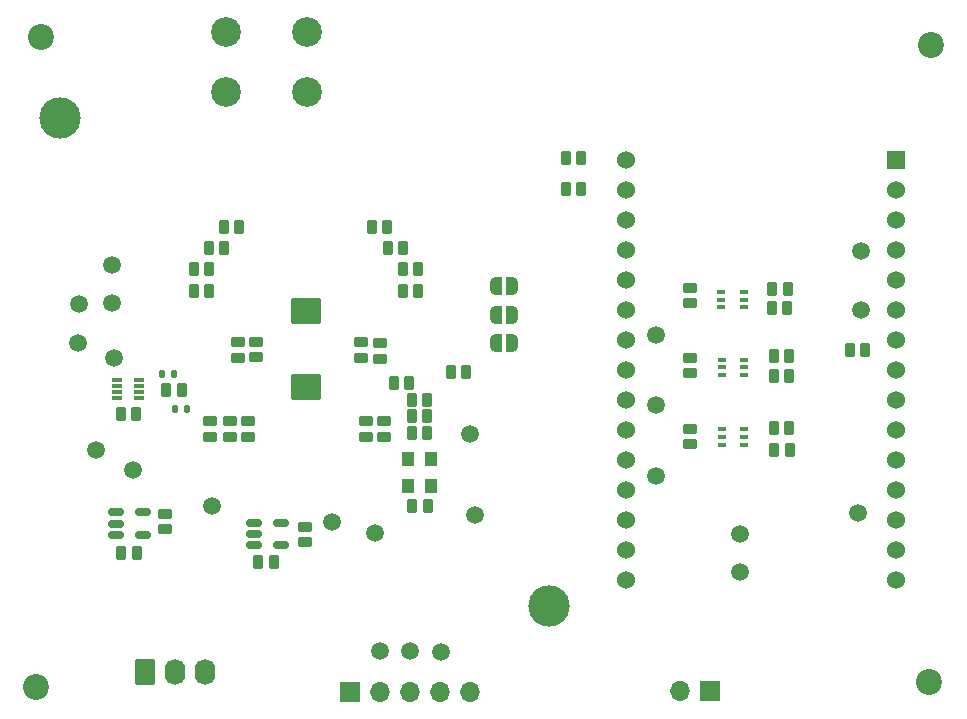
<source format=gbr>
%TF.GenerationSoftware,KiCad,Pcbnew,(6.0.8-1)-1*%
%TF.CreationDate,2022-10-04T16:18:19-04:00*%
%TF.ProjectId,bitaxePro,62697461-7865-4507-926f-2e6b69636164,rev?*%
%TF.SameCoordinates,Original*%
%TF.FileFunction,Soldermask,Top*%
%TF.FilePolarity,Negative*%
%FSLAX46Y46*%
G04 Gerber Fmt 4.6, Leading zero omitted, Abs format (unit mm)*
G04 Created by KiCad (PCBNEW (6.0.8-1)-1) date 2022-10-04 16:18:19*
%MOMM*%
%LPD*%
G01*
G04 APERTURE LIST*
G04 Aperture macros list*
%AMRoundRect*
0 Rectangle with rounded corners*
0 $1 Rounding radius*
0 $2 $3 $4 $5 $6 $7 $8 $9 X,Y pos of 4 corners*
0 Add a 4 corners polygon primitive as box body*
4,1,4,$2,$3,$4,$5,$6,$7,$8,$9,$2,$3,0*
0 Add four circle primitives for the rounded corners*
1,1,$1+$1,$2,$3*
1,1,$1+$1,$4,$5*
1,1,$1+$1,$6,$7*
1,1,$1+$1,$8,$9*
0 Add four rect primitives between the rounded corners*
20,1,$1+$1,$2,$3,$4,$5,0*
20,1,$1+$1,$4,$5,$6,$7,0*
20,1,$1+$1,$6,$7,$8,$9,0*
20,1,$1+$1,$8,$9,$2,$3,0*%
%AMFreePoly0*
4,1,22,0.500000,-0.750000,0.000000,-0.750000,0.000000,-0.745033,-0.079941,-0.743568,-0.215256,-0.701293,-0.333266,-0.622738,-0.424486,-0.514219,-0.481581,-0.384460,-0.499164,-0.250000,-0.500000,-0.250000,-0.500000,0.250000,-0.499164,0.250000,-0.499963,0.256109,-0.478152,0.396186,-0.417904,0.524511,-0.324060,0.630769,-0.204165,0.706417,-0.067858,0.745374,0.000000,0.744959,0.000000,0.750000,
0.500000,0.750000,0.500000,-0.750000,0.500000,-0.750000,$1*%
%AMFreePoly1*
4,1,20,0.000000,0.744959,0.073905,0.744508,0.209726,0.703889,0.328688,0.626782,0.421226,0.519385,0.479903,0.390333,0.500000,0.250000,0.500000,-0.250000,0.499851,-0.262216,0.476331,-0.402017,0.414519,-0.529596,0.319384,-0.634700,0.198574,-0.708877,0.061801,-0.746166,0.000000,-0.745033,0.000000,-0.750000,-0.500000,-0.750000,-0.500000,0.750000,0.000000,0.750000,0.000000,0.744959,
0.000000,0.744959,$1*%
G04 Aperture macros list end*
%ADD10R,0.650000X0.400000*%
%ADD11RoundRect,0.101600X-0.450000X0.350000X-0.450000X-0.350000X0.450000X-0.350000X0.450000X0.350000X0*%
%ADD12C,1.500000*%
%ADD13RoundRect,0.135000X-0.135000X-0.185000X0.135000X-0.185000X0.135000X0.185000X-0.135000X0.185000X0*%
%ADD14RoundRect,0.101600X-0.350000X-0.450000X0.350000X-0.450000X0.350000X0.450000X-0.350000X0.450000X0*%
%ADD15RoundRect,0.101600X0.350000X0.450000X-0.350000X0.450000X-0.350000X-0.450000X0.350000X-0.450000X0*%
%ADD16FreePoly0,180.000000*%
%ADD17FreePoly1,180.000000*%
%ADD18C,3.500000*%
%ADD19RoundRect,0.150000X-0.512500X-0.150000X0.512500X-0.150000X0.512500X0.150000X-0.512500X0.150000X0*%
%ADD20R,0.850000X0.300000*%
%ADD21RoundRect,0.101600X0.450000X-0.350000X0.450000X0.350000X-0.450000X0.350000X-0.450000X-0.350000X0*%
%ADD22C,2.200000*%
%ADD23RoundRect,0.250000X-1.025000X0.875000X-1.025000X-0.875000X1.025000X-0.875000X1.025000X0.875000X0*%
%ADD24R,1.100000X1.300000*%
%ADD25RoundRect,0.135000X0.135000X0.185000X-0.135000X0.185000X-0.135000X-0.185000X0.135000X-0.185000X0*%
%ADD26R,1.530000X1.530000*%
%ADD27C,1.530000*%
%ADD28R,1.700000X1.700000*%
%ADD29O,1.700000X1.700000*%
%ADD30C,2.520000*%
%ADD31RoundRect,0.250000X-0.620000X-0.845000X0.620000X-0.845000X0.620000X0.845000X-0.620000X0.845000X0*%
%ADD32O,1.740000X2.190000*%
G04 APERTURE END LIST*
D10*
%TO.C,U3*%
X124370000Y-82280000D03*
X124370000Y-82930000D03*
X124370000Y-83580000D03*
X126270000Y-83580000D03*
X126270000Y-82930000D03*
X126270000Y-82280000D03*
%TD*%
%TO.C,U1*%
X124390000Y-76390000D03*
X124390000Y-77040000D03*
X124390000Y-77690000D03*
X126290000Y-77690000D03*
X126290000Y-77040000D03*
X126290000Y-76390000D03*
%TD*%
%TO.C,U4*%
X124350000Y-70680000D03*
X124350000Y-71330000D03*
X124350000Y-71980000D03*
X126250000Y-71980000D03*
X126250000Y-71330000D03*
X126250000Y-70680000D03*
%TD*%
D11*
%TO.C,C23*%
X121720000Y-76240000D03*
X121720000Y-77540000D03*
%TD*%
%TO.C,C7*%
X83420000Y-74920000D03*
X83420000Y-76220000D03*
%TD*%
D12*
%TO.C,TP1*%
X103520000Y-89570000D03*
%TD*%
D13*
%TO.C,R8*%
X77000000Y-77610000D03*
X78020000Y-77610000D03*
%TD*%
D14*
%TO.C,R10*%
X111160000Y-59300000D03*
X112460000Y-59300000D03*
%TD*%
D15*
%TO.C,C1*%
X99500000Y-88750000D03*
X98200000Y-88750000D03*
%TD*%
D16*
%TO.C,JP2*%
X106610000Y-72580000D03*
D17*
X105310000Y-72580000D03*
%TD*%
D15*
%TO.C,R5*%
X102740000Y-77460000D03*
X101440000Y-77460000D03*
%TD*%
%TO.C,C3*%
X98690000Y-68730000D03*
X97390000Y-68730000D03*
%TD*%
D12*
%TO.C,TP16*%
X118840000Y-86270000D03*
%TD*%
D18*
%TO.C,H2*%
X68364000Y-55924000D03*
%TD*%
D12*
%TO.C,TP15*%
X95040000Y-91100000D03*
%TD*%
D11*
%TO.C,C22*%
X89140000Y-90530000D03*
X89140000Y-91830000D03*
%TD*%
D19*
%TO.C,U5*%
X73082500Y-89330000D03*
X73082500Y-90280000D03*
X73082500Y-91230000D03*
X75357500Y-91230000D03*
X75357500Y-89330000D03*
%TD*%
D11*
%TO.C,R6*%
X81100000Y-81630000D03*
X81100000Y-82930000D03*
%TD*%
D19*
%TO.C,U6*%
X84782500Y-90230000D03*
X84782500Y-91180000D03*
X84782500Y-92130000D03*
X87057500Y-92130000D03*
X87057500Y-90230000D03*
%TD*%
D18*
%TO.C,H1*%
X109730000Y-97290000D03*
%TD*%
D20*
%TO.C,U8*%
X75060000Y-79620000D03*
X75060000Y-79120000D03*
X75060000Y-78620000D03*
X75060000Y-78120000D03*
X73160000Y-78120000D03*
X73160000Y-78620000D03*
X73160000Y-79120000D03*
X73160000Y-79620000D03*
%TD*%
D21*
%TO.C,C4*%
X94260000Y-82910000D03*
X94260000Y-81610000D03*
%TD*%
D12*
%TO.C,TP22*%
X125960000Y-94340000D03*
%TD*%
D15*
%TO.C,C12*%
X83550000Y-65180000D03*
X82250000Y-65180000D03*
%TD*%
D14*
%TO.C,C31*%
X128660000Y-70410000D03*
X129960000Y-70410000D03*
%TD*%
D16*
%TO.C,JP3*%
X106610000Y-74970000D03*
D17*
X105310000Y-74970000D03*
%TD*%
D14*
%TO.C,C26*%
X128810000Y-77780000D03*
X130110000Y-77780000D03*
%TD*%
D15*
%TO.C,C15*%
X82260000Y-66980000D03*
X80960000Y-66980000D03*
%TD*%
D22*
%TO.C,H6*%
X66780000Y-49050000D03*
%TD*%
D15*
%TO.C,R7*%
X136520000Y-75550000D03*
X135220000Y-75550000D03*
%TD*%
%TO.C,C32*%
X78670000Y-78950000D03*
X77370000Y-78950000D03*
%TD*%
D21*
%TO.C,C16*%
X84310000Y-82910000D03*
X84310000Y-81610000D03*
%TD*%
D15*
%TO.C,R3*%
X99440000Y-79780000D03*
X98140000Y-79780000D03*
%TD*%
D22*
%TO.C,H5*%
X66330000Y-104130000D03*
%TD*%
D12*
%TO.C,TP23*%
X135900000Y-89360000D03*
%TD*%
%TO.C,TP8*%
X72950000Y-76240000D03*
%TD*%
D14*
%TO.C,C18*%
X79680000Y-70620000D03*
X80980000Y-70620000D03*
%TD*%
D12*
%TO.C,TP18*%
X118800000Y-74290000D03*
%TD*%
D11*
%TO.C,C25*%
X121730000Y-70290000D03*
X121730000Y-71590000D03*
%TD*%
D12*
%TO.C,TP5*%
X69910000Y-74970000D03*
%TD*%
%TO.C,TP3*%
X72800000Y-68390000D03*
%TD*%
D11*
%TO.C,C10*%
X93880000Y-74940000D03*
X93880000Y-76240000D03*
%TD*%
%TO.C,C11*%
X84970000Y-74910000D03*
X84970000Y-76210000D03*
%TD*%
D21*
%TO.C,C14*%
X82790000Y-82910000D03*
X82790000Y-81610000D03*
%TD*%
D22*
%TO.C,H4*%
X142080000Y-49730000D03*
%TD*%
D23*
%TO.C,C13*%
X89200000Y-72300000D03*
X89200000Y-78700000D03*
%TD*%
D22*
%TO.C,H3*%
X141930000Y-103680000D03*
%TD*%
D12*
%TO.C,TP7*%
X71370000Y-84050000D03*
%TD*%
%TO.C,TP2*%
X103060000Y-82650000D03*
%TD*%
D15*
%TO.C,C33*%
X74800000Y-80960000D03*
X73500000Y-80960000D03*
%TD*%
D12*
%TO.C,TP13*%
X98010000Y-101090000D03*
%TD*%
%TO.C,TP17*%
X118840000Y-80240000D03*
%TD*%
D14*
%TO.C,C29*%
X128810000Y-76050000D03*
X130110000Y-76050000D03*
%TD*%
%TO.C,C19*%
X73550000Y-92790000D03*
X74850000Y-92790000D03*
%TD*%
D15*
%TO.C,C6*%
X97390000Y-66970000D03*
X96090000Y-66970000D03*
%TD*%
D12*
%TO.C,TP9*%
X74580000Y-85740000D03*
%TD*%
%TO.C,TP4*%
X72780000Y-71560000D03*
%TD*%
%TO.C,TP14*%
X100640000Y-101130000D03*
%TD*%
%TO.C,TP21*%
X125940000Y-91190000D03*
%TD*%
D24*
%TO.C,U2*%
X99740000Y-87110000D03*
X99740000Y-84810000D03*
X97840000Y-84810000D03*
X97840000Y-87110000D03*
%TD*%
D12*
%TO.C,TP10*%
X81270000Y-88790000D03*
%TD*%
D14*
%TO.C,R11*%
X111160000Y-61950000D03*
X112460000Y-61950000D03*
%TD*%
%TO.C,R1*%
X96630000Y-78340000D03*
X97930000Y-78340000D03*
%TD*%
%TO.C,C2*%
X97390000Y-70590000D03*
X98690000Y-70590000D03*
%TD*%
%TO.C,C20*%
X85160000Y-93550000D03*
X86460000Y-93550000D03*
%TD*%
D12*
%TO.C,TP19*%
X136210000Y-67160000D03*
%TD*%
D14*
%TO.C,C27*%
X128810000Y-82160000D03*
X130110000Y-82160000D03*
%TD*%
D21*
%TO.C,C5*%
X95760000Y-82910000D03*
X95760000Y-81610000D03*
%TD*%
D12*
%TO.C,TP6*%
X69950000Y-71690000D03*
%TD*%
D15*
%TO.C,R2*%
X99450000Y-82600000D03*
X98150000Y-82600000D03*
%TD*%
%TO.C,C17*%
X80980000Y-68720000D03*
X79680000Y-68720000D03*
%TD*%
D16*
%TO.C,JP1*%
X106610000Y-70190000D03*
D17*
X105310000Y-70190000D03*
%TD*%
D14*
%TO.C,C30*%
X128830000Y-84040000D03*
X130130000Y-84040000D03*
%TD*%
D15*
%TO.C,C8*%
X96060000Y-65180000D03*
X94760000Y-65180000D03*
%TD*%
D12*
%TO.C,TP11*%
X91430000Y-90140000D03*
%TD*%
%TO.C,TP12*%
X95490000Y-101090000D03*
%TD*%
D14*
%TO.C,C28*%
X128620000Y-72060000D03*
X129920000Y-72060000D03*
%TD*%
D11*
%TO.C,C24*%
X121690000Y-82230000D03*
X121690000Y-83530000D03*
%TD*%
%TO.C,C21*%
X77230000Y-89440000D03*
X77230000Y-90740000D03*
%TD*%
D15*
%TO.C,R4*%
X99440000Y-81140000D03*
X98140000Y-81140000D03*
%TD*%
D12*
%TO.C,TP20*%
X136200000Y-72220000D03*
%TD*%
D11*
%TO.C,C9*%
X95470000Y-75000000D03*
X95470000Y-76300000D03*
%TD*%
D25*
%TO.C,R9*%
X79100000Y-80610000D03*
X78080000Y-80610000D03*
%TD*%
D26*
%TO.C,U7*%
X139146500Y-59517800D03*
D27*
X139146500Y-62057800D03*
X139146500Y-64597800D03*
X139146500Y-67137800D03*
X139146500Y-69677800D03*
X139146500Y-72217800D03*
X139146500Y-74757800D03*
X139146500Y-77297800D03*
X139146500Y-79837800D03*
X139146500Y-82377800D03*
X139146500Y-84917800D03*
X139146500Y-87457800D03*
X139146500Y-89997800D03*
X139146500Y-92537800D03*
X139146500Y-95077800D03*
X116286500Y-95077800D03*
X116286500Y-92537800D03*
X116286500Y-89997800D03*
X116286500Y-87457800D03*
X116286500Y-84917800D03*
X116286500Y-82377800D03*
X116286500Y-79837800D03*
X116286500Y-77297800D03*
X116286500Y-74757800D03*
X116286500Y-72217800D03*
X116286500Y-69677800D03*
X116286500Y-67137800D03*
X116286500Y-64597800D03*
X116286500Y-62057800D03*
X116286500Y-59517800D03*
%TD*%
D28*
%TO.C,J3*%
X92950000Y-104520000D03*
D29*
X95490000Y-104520000D03*
X98030000Y-104520000D03*
X100570000Y-104520000D03*
X103110000Y-104520000D03*
%TD*%
D28*
%TO.C,J4*%
X123395000Y-104440000D03*
D29*
X120855000Y-104440000D03*
%TD*%
D30*
%TO.C,J1*%
X89290000Y-48640000D03*
X89290000Y-53720000D03*
%TD*%
%TO.C,J2*%
X82380000Y-48640000D03*
X82380000Y-53720000D03*
%TD*%
D31*
%TO.C,J5*%
X75550000Y-102810000D03*
D32*
X78090000Y-102810000D03*
X80630000Y-102810000D03*
%TD*%
M02*

</source>
